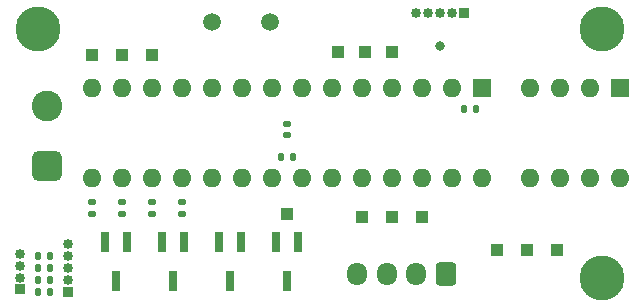
<source format=gbr>
%TF.GenerationSoftware,KiCad,Pcbnew,(6.0.8)*%
%TF.CreationDate,2023-03-24T12:53:59-04:00*%
%TF.ProjectId,Amicro_tst,416d6963-726f-45f7-9473-742e6b696361,rev?*%
%TF.SameCoordinates,Original*%
%TF.FileFunction,Soldermask,Bot*%
%TF.FilePolarity,Negative*%
%FSLAX46Y46*%
G04 Gerber Fmt 4.6, Leading zero omitted, Abs format (unit mm)*
G04 Created by KiCad (PCBNEW (6.0.8)) date 2023-03-24 12:53:59*
%MOMM*%
%LPD*%
G01*
G04 APERTURE LIST*
G04 Aperture macros list*
%AMRoundRect*
0 Rectangle with rounded corners*
0 $1 Rounding radius*
0 $2 $3 $4 $5 $6 $7 $8 $9 X,Y pos of 4 corners*
0 Add a 4 corners polygon primitive as box body*
4,1,4,$2,$3,$4,$5,$6,$7,$8,$9,$2,$3,0*
0 Add four circle primitives for the rounded corners*
1,1,$1+$1,$2,$3*
1,1,$1+$1,$4,$5*
1,1,$1+$1,$6,$7*
1,1,$1+$1,$8,$9*
0 Add four rect primitives between the rounded corners*
20,1,$1+$1,$2,$3,$4,$5,0*
20,1,$1+$1,$4,$5,$6,$7,0*
20,1,$1+$1,$6,$7,$8,$9,0*
20,1,$1+$1,$8,$9,$2,$3,0*%
G04 Aperture macros list end*
%ADD10R,1.000000X1.000000*%
%ADD11C,3.800000*%
%ADD12R,0.850000X0.850000*%
%ADD13O,0.850000X0.850000*%
%ADD14R,1.600000X1.600000*%
%ADD15O,1.600000X1.600000*%
%ADD16RoundRect,0.250000X0.600000X0.725000X-0.600000X0.725000X-0.600000X-0.725000X0.600000X-0.725000X0*%
%ADD17O,1.700000X1.950000*%
%ADD18C,0.800000*%
%ADD19C,1.500000*%
%ADD20RoundRect,0.650000X0.650000X-0.650000X0.650000X0.650000X-0.650000X0.650000X-0.650000X-0.650000X0*%
%ADD21C,2.600000*%
%ADD22R,0.800000X1.800000*%
%ADD23RoundRect,0.135000X-0.135000X-0.185000X0.135000X-0.185000X0.135000X0.185000X-0.135000X0.185000X0*%
%ADD24RoundRect,0.135000X-0.185000X0.135000X-0.185000X-0.135000X0.185000X-0.135000X0.185000X0.135000X0*%
%ADD25RoundRect,0.140000X-0.170000X0.140000X-0.170000X-0.140000X0.170000X-0.140000X0.170000X0.140000X0*%
%ADD26RoundRect,0.140000X-0.140000X-0.170000X0.140000X-0.170000X0.140000X0.170000X-0.140000X0.170000X0*%
G04 APERTURE END LIST*
D10*
%TO.C,TP(14)*%
X113970000Y-106096000D03*
%TD*%
D11*
%TO.C,2.2mm*%
X157150000Y-125019000D03*
%TD*%
D10*
%TO.C,TP(6)*%
X134798000Y-105842000D03*
%TD*%
%TO.C,TP(26)*%
X141910000Y-119812000D03*
%TD*%
D12*
%TO.C,J5+*%
X107910000Y-125962500D03*
D13*
X107910000Y-124962500D03*
X107910000Y-123962500D03*
X107910000Y-122962500D03*
%TD*%
D14*
%TO.C,U2*%
X158664000Y-108900000D03*
D15*
X156124000Y-108900000D03*
X153584000Y-108900000D03*
X151044000Y-108900000D03*
X151044000Y-116520000D03*
X153584000Y-116520000D03*
X156124000Y-116520000D03*
X158664000Y-116520000D03*
%TD*%
D11*
%TO.C,2.2mm*%
X157150000Y-103937000D03*
%TD*%
D12*
%TO.C,J3-*%
X111938000Y-126162000D03*
D13*
X111938000Y-125162000D03*
X111938000Y-124162000D03*
X111938000Y-123162000D03*
X111938000Y-122162000D03*
%TD*%
D10*
%TO.C,TP(uc)*%
X148260000Y-122606000D03*
%TD*%
D16*
%TO.C,J1*%
X143942000Y-124638000D03*
D17*
X141442000Y-124638000D03*
X138942000Y-124638000D03*
X136442000Y-124638000D03*
%TD*%
D10*
%TO.C,TP(uc)*%
X150800000Y-122606000D03*
%TD*%
%TO.C,TP(12)*%
X119050000Y-106096000D03*
%TD*%
%TO.C,TP(19)*%
X130480000Y-119558000D03*
%TD*%
D18*
%TO.C,SW1*%
X143434000Y-105334000D03*
%TD*%
D10*
%TO.C,TP(4)*%
X139370000Y-105842000D03*
%TD*%
%TO.C,TP(24)*%
X136830000Y-119812000D03*
%TD*%
%TO.C,TP(25)*%
X139370000Y-119812000D03*
%TD*%
%TO.C,TP(uc)*%
X153340000Y-122606000D03*
%TD*%
D19*
%TO.C,Y1*%
X124130000Y-103302000D03*
X129010000Y-103302000D03*
%TD*%
D20*
%TO.C,J4*%
X110160000Y-115494000D03*
D21*
X110160000Y-110414000D03*
%TD*%
D10*
%TO.C,TP(7)*%
X137084000Y-105842000D03*
%TD*%
D11*
%TO.C,2.2mm*%
X109398000Y-103937000D03*
%TD*%
D12*
%TO.C,J2*%
X145434000Y-102576000D03*
D13*
X144434000Y-102576000D03*
X143434000Y-102576000D03*
X142434000Y-102576000D03*
X141434000Y-102576000D03*
%TD*%
D14*
%TO.C,U1*%
X146990000Y-108890000D03*
D15*
X144450000Y-108890000D03*
X141910000Y-108890000D03*
X139370000Y-108890000D03*
X136830000Y-108890000D03*
X134290000Y-108890000D03*
X131750000Y-108890000D03*
X129210000Y-108890000D03*
X126670000Y-108890000D03*
X124130000Y-108890000D03*
X121590000Y-108890000D03*
X119050000Y-108890000D03*
X116510000Y-108890000D03*
X113970000Y-108890000D03*
X113970000Y-116510000D03*
X116510000Y-116510000D03*
X119050000Y-116510000D03*
X121590000Y-116510000D03*
X124130000Y-116510000D03*
X126670000Y-116510000D03*
X129210000Y-116510000D03*
X131750000Y-116510000D03*
X134290000Y-116510000D03*
X136830000Y-116510000D03*
X139370000Y-116510000D03*
X141910000Y-116510000D03*
X144450000Y-116510000D03*
X146990000Y-116510000D03*
%TD*%
D10*
%TO.C,TP(13)*%
X116510000Y-106096000D03*
%TD*%
D22*
%TO.C,Q4*%
X129530000Y-121972000D03*
X131430000Y-121972000D03*
X130480000Y-125272000D03*
%TD*%
D23*
%TO.C,R10*%
X109432000Y-125148000D03*
X110452000Y-125148000D03*
%TD*%
%TO.C,R2*%
X145464000Y-110668000D03*
X146484000Y-110668000D03*
%TD*%
D24*
%TO.C,R5*%
X113970000Y-118538000D03*
X113970000Y-119558000D03*
%TD*%
D23*
%TO.C,R11*%
X109432000Y-126166000D03*
X110452000Y-126166000D03*
%TD*%
%TO.C,R8*%
X109432000Y-123114000D03*
X110452000Y-123114000D03*
%TD*%
D24*
%TO.C,R7*%
X119050000Y-118538000D03*
X119050000Y-119558000D03*
%TD*%
D22*
%TO.C,Q3*%
X125654000Y-125272000D03*
X126604000Y-121972000D03*
X124704000Y-121972000D03*
%TD*%
D25*
%TO.C,C3*%
X130480000Y-111966000D03*
X130480000Y-112926000D03*
%TD*%
D24*
%TO.C,R12*%
X121590000Y-118540000D03*
X121590000Y-119560000D03*
%TD*%
D23*
%TO.C,R9*%
X109432000Y-124130000D03*
X110452000Y-124130000D03*
%TD*%
D26*
%TO.C,C1*%
X130960000Y-114732000D03*
X130000000Y-114732000D03*
%TD*%
D22*
%TO.C,Q1*%
X115052000Y-121972000D03*
X116952000Y-121972000D03*
X116002000Y-125272000D03*
%TD*%
%TO.C,Q2*%
X119878000Y-121972000D03*
X121778000Y-121972000D03*
X120828000Y-125272000D03*
%TD*%
D24*
%TO.C,R6*%
X116510000Y-118538000D03*
X116510000Y-119558000D03*
%TD*%
M02*

</source>
